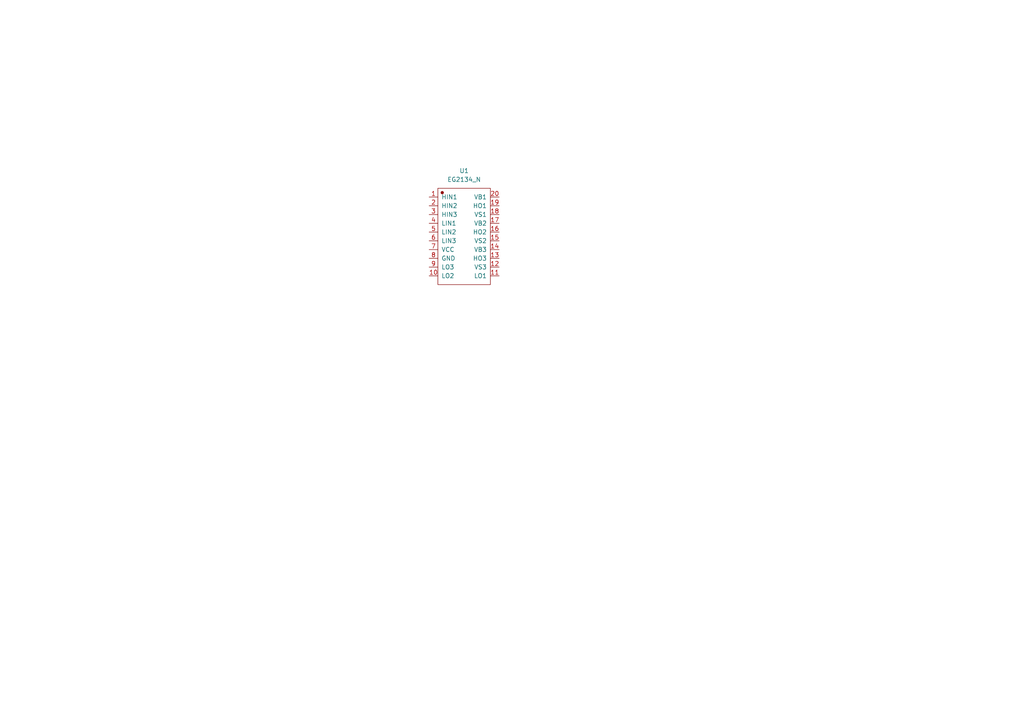
<source format=kicad_sch>
(kicad_sch (version 20231120) (generator "eeschema") (generator_version "8.0")
  (paper "A4")
  (lib_symbols
    (symbol "BLDC_Drive_Tsfoc:EG2134_N" (pin_names (offset 1.016))
      (property "Reference" "U" (at -6.858 14.986 0))
      (property "Value" "EG2134_N" (at 0.762 -0.254 90))
      (symbol "EG2134_N_1_1"
        (rectangle (start -7.62 13.97) (end 7.62 -13.97) (stroke (width 0.1524)))
        (circle (center -6.35 12.7) (radius 0.381) (stroke (width 0.1524)) (fill (type outline)))
        (pin input line (at -10.16 11.43 0) (length 2.54) (name "HIN1") (number "1"))
        (pin input line (at -10.16 -11.43 0) (length 2.54) (name "LO2") (number "10"))
        (pin input line (at 10.16 -11.43 180) (length 2.54) (name "LO1") (number "11"))
        (pin input line (at 10.16 -8.89 180) (length 2.54) (name "VS3") (number "12"))
        (pin input line (at 10.16 -6.35 180) (length 2.54) (name "HO3") (number "13"))
        (pin input line (at 10.16 -3.81 180) (length 2.54) (name "VB3") (number "14"))
        (pin input line (at 10.16 -1.27 180) (length 2.54) (name "VS2") (number "15"))
        (pin input line (at 10.16 1.27 180) (length 2.54) (name "HO2") (number "16"))
        (pin input line (at 10.16 3.81 180) (length 2.54) (name "VB2") (number "17"))
        (pin input line (at 10.16 6.35 180) (length 2.54) (name "VS1") (number "18"))
        (pin input line (at 10.16 8.89 180) (length 2.54) (name "HO1") (number "19"))
        (pin input line (at -10.16 8.89 0) (length 2.54) (name "HIN2") (number "2"))
        (pin input line (at 10.16 11.43 180) (length 2.54) (name "VB1") (number "20"))
        (pin input line (at -10.16 6.35 0) (length 2.54) (name "HIN3") (number "3"))
        (pin input line (at -10.16 3.81 0) (length 2.54) (name "LIN1") (number "4"))
        (pin input line (at -10.16 1.27 0) (length 2.54) (name "LIN2") (number "5"))
        (pin input line (at -10.16 -1.27 0) (length 2.54) (name "LIN3") (number "6"))
        (pin input line (at -10.16 -3.81 0) (length 2.54) (name "VCC") (number "7"))
        (pin input line (at -10.16 -6.35 0) (length 2.54) (name "GND") (number "8"))
        (pin input line (at -10.16 -8.89 0) (length 2.54) (name "LO3") (number "9"))
      )
    )
  )
  (symbol (lib_id "BLDC_Drive_Tsfoc:EG2134_N") (at 134.62 68.58 0) (unit 1)
    (property "Reference" "U1" (at 134.62 49.53 0))
    (property "Value" "EG2134_N" (at 134.62 52.07 0))
    (property "Footprint" "BLDC_Drive_Tsfoc:EG2134_N_TSSOP-20_L6.5-W4.4-P0.65-LS6.4-BL" (effects (hide yes)))
    (property "SuppliersPartNumber" "C2847988" (effects (hide yes)))
    (property "uuid" "std:06137446b307440a937b01a1a5f0bef6" (effects (hide yes)))
  )
)
</source>
